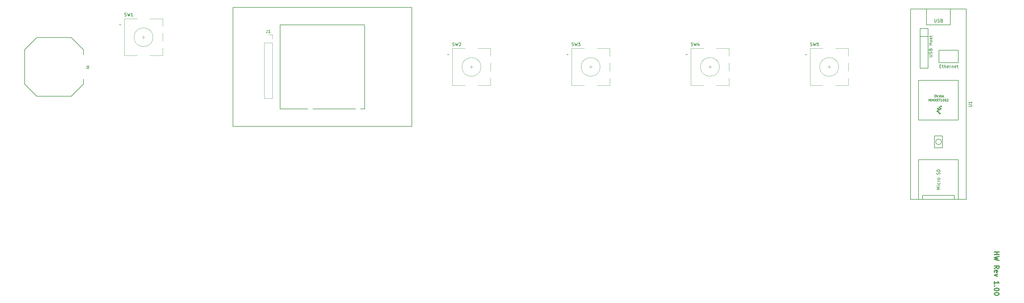
<source format=gto>
G04 #@! TF.GenerationSoftware,KiCad,Pcbnew,(5.1.4)-1*
G04 #@! TF.CreationDate,2022-01-07T23:34:50-05:00*
G04 #@! TF.ProjectId,the_TOP-1,7468655f-544f-4502-9d31-2e6b69636164,rev?*
G04 #@! TF.SameCoordinates,Original*
G04 #@! TF.FileFunction,Legend,Top*
G04 #@! TF.FilePolarity,Positive*
%FSLAX46Y46*%
G04 Gerber Fmt 4.6, Leading zero omitted, Abs format (unit mm)*
G04 Created by KiCad (PCBNEW (5.1.4)-1) date 2022-01-07 23:34:50*
%MOMM*%
%LPD*%
G04 APERTURE LIST*
%ADD10C,0.200000*%
%ADD11C,0.300000*%
%ADD12C,0.120000*%
%ADD13C,0.150000*%
%ADD14C,0.100000*%
%ADD15C,0.203200*%
%ADD16C,0.127000*%
%ADD17O,1.626000X1.626000*%
%ADD18C,1.626000*%
%ADD19O,2.902000X1.902000*%
%ADD20O,1.802000X1.802000*%
%ADD21R,1.802000X1.802000*%
%ADD22C,1.702000*%
%ADD23R,1.702000X1.702000*%
%ADD24R,1.402000X1.402000*%
%ADD25C,1.402000*%
%ADD26C,1.302000*%
%ADD27C,2.002000*%
%ADD28C,3.502000*%
%ADD29O,1.602000X1.602000*%
%ADD30O,1.902000X1.902000*%
%ADD31R,2.102000X2.102000*%
%ADD32C,2.102000*%
%ADD33R,3.302000X2.102000*%
%ADD34C,2.202180*%
%ADD35R,4.701540X1.701800*%
G04 APERTURE END LIST*
D10*
X99195384Y-13470384D02*
X99195384Y13470385D01*
X72254615Y13470385D02*
X99195384Y13470385D01*
X114300000Y-19050000D02*
X114300000Y19050000D01*
D11*
X300438428Y-59274142D02*
X301938428Y-59274142D01*
X301224142Y-59274142D02*
X301224142Y-60131285D01*
X300438428Y-60131285D02*
X301938428Y-60131285D01*
X301938428Y-60702714D02*
X300438428Y-61059857D01*
X301509857Y-61345571D01*
X300438428Y-61631285D01*
X301938428Y-61988428D01*
X300438428Y-64559857D02*
X301152714Y-64059857D01*
X300438428Y-63702714D02*
X301938428Y-63702714D01*
X301938428Y-64274142D01*
X301867000Y-64417000D01*
X301795571Y-64488428D01*
X301652714Y-64559857D01*
X301438428Y-64559857D01*
X301295571Y-64488428D01*
X301224142Y-64417000D01*
X301152714Y-64274142D01*
X301152714Y-63702714D01*
X300509857Y-65774142D02*
X300438428Y-65631285D01*
X300438428Y-65345571D01*
X300509857Y-65202714D01*
X300652714Y-65131285D01*
X301224142Y-65131285D01*
X301367000Y-65202714D01*
X301438428Y-65345571D01*
X301438428Y-65631285D01*
X301367000Y-65774142D01*
X301224142Y-65845571D01*
X301081285Y-65845571D01*
X300938428Y-65131285D01*
X301438428Y-66345571D02*
X300438428Y-66702714D01*
X301438428Y-67059857D01*
X300438428Y-69559857D02*
X300438428Y-68702714D01*
X300438428Y-69131285D02*
X301938428Y-69131285D01*
X301724142Y-68988428D01*
X301581285Y-68845571D01*
X301509857Y-68702714D01*
X300581285Y-70202714D02*
X300509857Y-70274142D01*
X300438428Y-70202714D01*
X300509857Y-70131285D01*
X300581285Y-70202714D01*
X300438428Y-70202714D01*
X301938428Y-71202714D02*
X301938428Y-71345571D01*
X301867000Y-71488428D01*
X301795571Y-71559857D01*
X301652714Y-71631285D01*
X301367000Y-71702714D01*
X301009857Y-71702714D01*
X300724142Y-71631285D01*
X300581285Y-71559857D01*
X300509857Y-71488428D01*
X300438428Y-71345571D01*
X300438428Y-71202714D01*
X300509857Y-71059857D01*
X300581285Y-70988428D01*
X300724142Y-70917000D01*
X301009857Y-70845571D01*
X301367000Y-70845571D01*
X301652714Y-70917000D01*
X301795571Y-70988428D01*
X301867000Y-71059857D01*
X301938428Y-71202714D01*
X301938428Y-72631285D02*
X301938428Y-72774142D01*
X301867000Y-72917000D01*
X301795571Y-72988428D01*
X301652714Y-73059857D01*
X301367000Y-73131285D01*
X301009857Y-73131285D01*
X300724142Y-73059857D01*
X300581285Y-72988428D01*
X300509857Y-72917000D01*
X300438428Y-72774142D01*
X300438428Y-72631285D01*
X300509857Y-72488428D01*
X300581285Y-72417000D01*
X300724142Y-72345571D01*
X301009857Y-72274142D01*
X301367000Y-72274142D01*
X301652714Y-72345571D01*
X301795571Y-72417000D01*
X301867000Y-72488428D01*
X301938428Y-72631285D01*
D10*
X114300000Y19050000D02*
X57150000Y19050000D01*
X57150000Y-19050000D02*
X114300000Y-19050000D01*
X72254615Y-13470384D02*
X72254615Y13470385D01*
X72254615Y-13470384D02*
X99195384Y-13470384D01*
X57150000Y19050000D02*
X57150000Y-19050000D01*
D12*
X68443999Y10347001D02*
X69773999Y10347001D01*
X69773999Y10347001D02*
X69773999Y9017001D01*
X69773999Y7747001D02*
X69773999Y-10092999D01*
X67113999Y-10092999D02*
X69773999Y-10092999D01*
X67113999Y7747001D02*
X67113999Y-10092999D01*
X67113999Y7747001D02*
X69773999Y7747001D01*
D13*
X283473026Y-23971250D02*
G75*
G03X283473026Y-23971250I-898026J0D01*
G01*
X288925000Y-4286250D02*
X276225000Y-4286250D01*
X288925000Y-16986250D02*
X288925000Y-4286250D01*
X276225000Y-16986250D02*
X288925000Y-16986250D01*
X276225000Y-4286250D02*
X276225000Y-16986250D01*
X288926600Y5343750D02*
X288676600Y5343750D01*
X288926600Y1343750D02*
X288926600Y5343750D01*
X282676600Y1343750D02*
X288926600Y1343750D01*
X282676600Y5343750D02*
X282676600Y1343750D01*
X288676600Y5343750D02*
X282676600Y5343750D01*
X279275800Y9734550D02*
X276735800Y9734550D01*
X279275800Y12274550D02*
X279275800Y9734550D01*
X276735800Y12274550D02*
X279275800Y12274550D01*
X276735800Y-425450D02*
X276735800Y12274550D01*
X279275800Y-425450D02*
X276735800Y-425450D01*
X279275800Y12274550D02*
X279275800Y-425450D01*
X283845000Y-22066250D02*
X283845000Y-25876250D01*
X281305000Y-22066250D02*
X283845000Y-22066250D01*
X281305000Y-25876250D02*
X281305000Y-22066250D01*
X283845000Y-25876250D02*
X281305000Y-25876250D01*
X277495000Y-41116250D02*
X277495000Y-42386250D01*
X287655000Y-41116250D02*
X277495000Y-41116250D01*
X287655000Y-42386250D02*
X287655000Y-41116250D01*
X276225000Y-29686250D02*
X276225000Y-42386250D01*
X288925000Y-29686250D02*
X276225000Y-29686250D01*
X288925000Y-42386250D02*
X288925000Y-29686250D01*
X278765000Y13493750D02*
X286385000Y13493750D01*
X286385000Y13493750D02*
X286385000Y18573750D01*
X278765000Y13493750D02*
X278765000Y18573750D01*
X291465000Y18573750D02*
X291465000Y-42386250D01*
X291465000Y-42386250D02*
X273685000Y-42386250D01*
X273685000Y-42386250D02*
X273685000Y18573750D01*
X273685000Y18573750D02*
X291465000Y18573750D01*
D14*
G36*
X282120000Y-14341250D02*
G01*
X281866000Y-14087250D01*
X282247000Y-13833250D01*
X282501000Y-14087250D01*
X282120000Y-14341250D01*
G37*
X282120000Y-14341250D02*
X281866000Y-14087250D01*
X282247000Y-13833250D01*
X282501000Y-14087250D01*
X282120000Y-14341250D01*
G36*
X282628000Y-13960250D02*
G01*
X282374000Y-13706250D01*
X282755000Y-13452250D01*
X283009000Y-13706250D01*
X282628000Y-13960250D01*
G37*
X282628000Y-13960250D02*
X282374000Y-13706250D01*
X282755000Y-13452250D01*
X283009000Y-13706250D01*
X282628000Y-13960250D01*
G36*
X283136000Y-13579250D02*
G01*
X282882000Y-13325250D01*
X283263000Y-13071250D01*
X283517000Y-13325250D01*
X283136000Y-13579250D01*
G37*
X283136000Y-13579250D02*
X282882000Y-13325250D01*
X283263000Y-13071250D01*
X283517000Y-13325250D01*
X283136000Y-13579250D01*
G36*
X282247000Y-13579250D02*
G01*
X281993000Y-13325250D01*
X282374000Y-13071250D01*
X282628000Y-13325250D01*
X282247000Y-13579250D01*
G37*
X282247000Y-13579250D02*
X281993000Y-13325250D01*
X282374000Y-13071250D01*
X282628000Y-13325250D01*
X282247000Y-13579250D01*
G36*
X282755000Y-13198250D02*
G01*
X282501000Y-12944250D01*
X282882000Y-12690250D01*
X283136000Y-12944250D01*
X282755000Y-13198250D01*
G37*
X282755000Y-13198250D02*
X282501000Y-12944250D01*
X282882000Y-12690250D01*
X283136000Y-12944250D01*
X282755000Y-13198250D01*
G36*
X283263000Y-12817250D02*
G01*
X283009000Y-12563250D01*
X283390000Y-12309250D01*
X283644000Y-12563250D01*
X283263000Y-12817250D01*
G37*
X283263000Y-12817250D02*
X283009000Y-12563250D01*
X283390000Y-12309250D01*
X283644000Y-12563250D01*
X283263000Y-12817250D01*
G36*
X282501000Y-14722250D02*
G01*
X282247000Y-14468250D01*
X282628000Y-14214250D01*
X282882000Y-14468250D01*
X282501000Y-14722250D01*
G37*
X282501000Y-14722250D02*
X282247000Y-14468250D01*
X282628000Y-14214250D01*
X282882000Y-14468250D01*
X282501000Y-14722250D01*
G36*
X282882000Y-15103250D02*
G01*
X282628000Y-14849250D01*
X283009000Y-14595250D01*
X283263000Y-14849250D01*
X282882000Y-15103250D01*
G37*
X282882000Y-15103250D02*
X282628000Y-14849250D01*
X283009000Y-14595250D01*
X283263000Y-14849250D01*
X282882000Y-15103250D01*
D12*
X250651920Y-640D02*
G75*
G03X250651920Y-640I-3000000J0D01*
G01*
X249651920Y5899360D02*
X253751920Y5899360D01*
X253751920Y-5900640D02*
X249651920Y-5900640D01*
X245651920Y-5900640D02*
X241551920Y-5900640D01*
X245651920Y5899360D02*
X241551920Y5899360D01*
X241551920Y5899360D02*
X241551920Y-5900640D01*
X240151920Y3799360D02*
X239851920Y4099360D01*
X239851920Y4099360D02*
X240451920Y4099360D01*
X240451920Y4099360D02*
X240151920Y3799360D01*
X253751920Y5899360D02*
X253751920Y3499360D01*
X253751920Y1299360D02*
X253751920Y-1300640D01*
X253751920Y-3500640D02*
X253751920Y-5900640D01*
X247651920Y499360D02*
X247651920Y-500640D01*
X247151920Y-640D02*
X248151920Y-640D01*
X212551920Y-640D02*
G75*
G03X212551920Y-640I-3000000J0D01*
G01*
X211551920Y5899360D02*
X215651920Y5899360D01*
X215651920Y-5900640D02*
X211551920Y-5900640D01*
X207551920Y-5900640D02*
X203451920Y-5900640D01*
X207551920Y5899360D02*
X203451920Y5899360D01*
X203451920Y5899360D02*
X203451920Y-5900640D01*
X202051920Y3799360D02*
X201751920Y4099360D01*
X201751920Y4099360D02*
X202351920Y4099360D01*
X202351920Y4099360D02*
X202051920Y3799360D01*
X215651920Y5899360D02*
X215651920Y3499360D01*
X215651920Y1299360D02*
X215651920Y-1300640D01*
X215651920Y-3500640D02*
X215651920Y-5900640D01*
X209551920Y499360D02*
X209551920Y-500640D01*
X209051920Y-640D02*
X210051920Y-640D01*
X174451920Y-640D02*
G75*
G03X174451920Y-640I-3000000J0D01*
G01*
X173451920Y5899360D02*
X177551920Y5899360D01*
X177551920Y-5900640D02*
X173451920Y-5900640D01*
X169451920Y-5900640D02*
X165351920Y-5900640D01*
X169451920Y5899360D02*
X165351920Y5899360D01*
X165351920Y5899360D02*
X165351920Y-5900640D01*
X163951920Y3799360D02*
X163651920Y4099360D01*
X163651920Y4099360D02*
X164251920Y4099360D01*
X164251920Y4099360D02*
X163951920Y3799360D01*
X177551920Y5899360D02*
X177551920Y3499360D01*
X177551920Y1299360D02*
X177551920Y-1300640D01*
X177551920Y-3500640D02*
X177551920Y-5900640D01*
X171451920Y499360D02*
X171451920Y-500640D01*
X170951920Y-640D02*
X171951920Y-640D01*
X136351920Y-640D02*
G75*
G03X136351920Y-640I-3000000J0D01*
G01*
X135351920Y5899360D02*
X139451920Y5899360D01*
X139451920Y-5900640D02*
X135351920Y-5900640D01*
X131351920Y-5900640D02*
X127251920Y-5900640D01*
X131351920Y5899360D02*
X127251920Y5899360D01*
X127251920Y5899360D02*
X127251920Y-5900640D01*
X125851920Y3799360D02*
X125551920Y4099360D01*
X125551920Y4099360D02*
X126151920Y4099360D01*
X126151920Y4099360D02*
X125851920Y3799360D01*
X139451920Y5899360D02*
X139451920Y3499360D01*
X139451920Y1299360D02*
X139451920Y-1300640D01*
X139451920Y-3500640D02*
X139451920Y-5900640D01*
X133351920Y499360D02*
X133351920Y-500640D01*
X132851920Y-640D02*
X133851920Y-640D01*
X31576920Y9524360D02*
G75*
G03X31576920Y9524360I-3000000J0D01*
G01*
X30576920Y15424360D02*
X34676920Y15424360D01*
X34676920Y3624360D02*
X30576920Y3624360D01*
X26576920Y3624360D02*
X22476920Y3624360D01*
X26576920Y15424360D02*
X22476920Y15424360D01*
X22476920Y15424360D02*
X22476920Y3624360D01*
X21076920Y13324360D02*
X20776920Y13624360D01*
X20776920Y13624360D02*
X21376920Y13624360D01*
X21376920Y13624360D02*
X21076920Y13324360D01*
X34676920Y15424360D02*
X34676920Y13024360D01*
X34676920Y10824360D02*
X34676920Y8224360D01*
X34676920Y6024360D02*
X34676920Y3624360D01*
X28576920Y10024360D02*
X28576920Y9024360D01*
X28076920Y9524360D02*
X29076920Y9524360D01*
D15*
X9375140Y5499100D02*
X9375140Y3896360D01*
X9375140Y-3896360D02*
X9375140Y-5499100D01*
X9375140Y5499100D02*
X5499100Y9375140D01*
X9375140Y-5499100D02*
X5499100Y-9375140D01*
X-5499100Y9375140D02*
X-9375140Y5499100D01*
X-5499100Y9375140D02*
X5499100Y9375140D01*
X-5499100Y-9375140D02*
X-9375140Y-5499100D01*
X-5499100Y-9375140D02*
X5499100Y-9375140D01*
X-9375140Y5499100D02*
X-9375140Y-5499100D01*
D13*
X68110665Y11894620D02*
X68110665Y11180334D01*
X68063046Y11037477D01*
X67967808Y10942239D01*
X67824951Y10894620D01*
X67729713Y10894620D01*
X69110665Y10894620D02*
X68539237Y10894620D01*
X68824951Y10894620D02*
X68824951Y11894620D01*
X68729713Y11751762D01*
X68634475Y11656524D01*
X68539237Y11608905D01*
X292187380Y-12668154D02*
X292996904Y-12668154D01*
X293092142Y-12620535D01*
X293139761Y-12572916D01*
X293187380Y-12477678D01*
X293187380Y-12287202D01*
X293139761Y-12191964D01*
X293092142Y-12144345D01*
X292996904Y-12096726D01*
X292187380Y-12096726D01*
X293187380Y-11096726D02*
X293187380Y-11668154D01*
X293187380Y-11382440D02*
X292187380Y-11382440D01*
X292330238Y-11477678D01*
X292425476Y-11572916D01*
X292473095Y-11668154D01*
X281371666Y-9682916D02*
X281371666Y-8982916D01*
X281538333Y-8982916D01*
X281638333Y-9016250D01*
X281705000Y-9082916D01*
X281738333Y-9149583D01*
X281771666Y-9282916D01*
X281771666Y-9382916D01*
X281738333Y-9516250D01*
X281705000Y-9582916D01*
X281638333Y-9649583D01*
X281538333Y-9682916D01*
X281371666Y-9682916D01*
X281971666Y-8982916D02*
X282205000Y-9682916D01*
X282438333Y-8982916D01*
X282871666Y-8982916D02*
X282871666Y-9482916D01*
X282838333Y-9582916D01*
X282771666Y-9649583D01*
X282671666Y-9682916D01*
X282605000Y-9682916D01*
X283505000Y-8982916D02*
X283371666Y-8982916D01*
X283305000Y-9016250D01*
X283271666Y-9049583D01*
X283205000Y-9149583D01*
X283171666Y-9282916D01*
X283171666Y-9549583D01*
X283205000Y-9616250D01*
X283238333Y-9649583D01*
X283305000Y-9682916D01*
X283438333Y-9682916D01*
X283505000Y-9649583D01*
X283538333Y-9616250D01*
X283571666Y-9549583D01*
X283571666Y-9382916D01*
X283538333Y-9316250D01*
X283505000Y-9282916D01*
X283438333Y-9249583D01*
X283305000Y-9249583D01*
X283238333Y-9282916D01*
X283205000Y-9316250D01*
X283171666Y-9382916D01*
X283838333Y-9482916D02*
X284171666Y-9482916D01*
X283771666Y-9682916D02*
X284005000Y-8982916D01*
X284238333Y-9682916D01*
X279491666Y-10952916D02*
X279491666Y-10252916D01*
X279725000Y-10752916D01*
X279958333Y-10252916D01*
X279958333Y-10952916D01*
X280291666Y-10952916D02*
X280291666Y-10252916D01*
X280625000Y-10952916D02*
X280625000Y-10252916D01*
X280858333Y-10752916D01*
X281091666Y-10252916D01*
X281091666Y-10952916D01*
X281358333Y-10252916D02*
X281825000Y-10952916D01*
X281825000Y-10252916D02*
X281358333Y-10952916D01*
X282491666Y-10952916D02*
X282258333Y-10619583D01*
X282091666Y-10952916D02*
X282091666Y-10252916D01*
X282358333Y-10252916D01*
X282425000Y-10286250D01*
X282458333Y-10319583D01*
X282491666Y-10386250D01*
X282491666Y-10486250D01*
X282458333Y-10552916D01*
X282425000Y-10586250D01*
X282358333Y-10619583D01*
X282091666Y-10619583D01*
X282691666Y-10252916D02*
X283091666Y-10252916D01*
X282891666Y-10952916D02*
X282891666Y-10252916D01*
X283691666Y-10952916D02*
X283291666Y-10952916D01*
X283491666Y-10952916D02*
X283491666Y-10252916D01*
X283425000Y-10352916D01*
X283358333Y-10419583D01*
X283291666Y-10452916D01*
X284125000Y-10252916D02*
X284191666Y-10252916D01*
X284258333Y-10286250D01*
X284291666Y-10319583D01*
X284325000Y-10386250D01*
X284358333Y-10519583D01*
X284358333Y-10686250D01*
X284325000Y-10819583D01*
X284291666Y-10886250D01*
X284258333Y-10919583D01*
X284191666Y-10952916D01*
X284125000Y-10952916D01*
X284058333Y-10919583D01*
X284025000Y-10886250D01*
X283991666Y-10819583D01*
X283958333Y-10686250D01*
X283958333Y-10519583D01*
X283991666Y-10386250D01*
X284025000Y-10319583D01*
X284058333Y-10286250D01*
X284125000Y-10252916D01*
X284958333Y-10252916D02*
X284825000Y-10252916D01*
X284758333Y-10286250D01*
X284725000Y-10319583D01*
X284658333Y-10419583D01*
X284625000Y-10552916D01*
X284625000Y-10819583D01*
X284658333Y-10886250D01*
X284691666Y-10919583D01*
X284758333Y-10952916D01*
X284891666Y-10952916D01*
X284958333Y-10919583D01*
X284991666Y-10886250D01*
X285025000Y-10819583D01*
X285025000Y-10652916D01*
X284991666Y-10586250D01*
X284958333Y-10552916D01*
X284891666Y-10519583D01*
X284758333Y-10519583D01*
X284691666Y-10552916D01*
X284658333Y-10586250D01*
X284625000Y-10652916D01*
X285291666Y-10319583D02*
X285325000Y-10286250D01*
X285391666Y-10252916D01*
X285558333Y-10252916D01*
X285625000Y-10286250D01*
X285658333Y-10319583D01*
X285691666Y-10386250D01*
X285691666Y-10452916D01*
X285658333Y-10552916D01*
X285258333Y-10952916D01*
X285691666Y-10952916D01*
X283027380Y-39155297D02*
X282027380Y-39155297D01*
X282741666Y-38821964D01*
X282027380Y-38488630D01*
X283027380Y-38488630D01*
X283027380Y-38012440D02*
X282360714Y-38012440D01*
X282027380Y-38012440D02*
X282075000Y-38060059D01*
X282122619Y-38012440D01*
X282075000Y-37964821D01*
X282027380Y-38012440D01*
X282122619Y-38012440D01*
X282979761Y-37107678D02*
X283027380Y-37202916D01*
X283027380Y-37393392D01*
X282979761Y-37488630D01*
X282932142Y-37536250D01*
X282836904Y-37583869D01*
X282551190Y-37583869D01*
X282455952Y-37536250D01*
X282408333Y-37488630D01*
X282360714Y-37393392D01*
X282360714Y-37202916D01*
X282408333Y-37107678D01*
X283027380Y-36679107D02*
X282360714Y-36679107D01*
X282551190Y-36679107D02*
X282455952Y-36631488D01*
X282408333Y-36583869D01*
X282360714Y-36488630D01*
X282360714Y-36393392D01*
X283027380Y-35917202D02*
X282979761Y-36012440D01*
X282932142Y-36060059D01*
X282836904Y-36107678D01*
X282551190Y-36107678D01*
X282455952Y-36060059D01*
X282408333Y-36012440D01*
X282360714Y-35917202D01*
X282360714Y-35774345D01*
X282408333Y-35679107D01*
X282455952Y-35631488D01*
X282551190Y-35583869D01*
X282836904Y-35583869D01*
X282932142Y-35631488D01*
X282979761Y-35679107D01*
X283027380Y-35774345D01*
X283027380Y-35917202D01*
X282979761Y-34441011D02*
X283027380Y-34298154D01*
X283027380Y-34060059D01*
X282979761Y-33964821D01*
X282932142Y-33917202D01*
X282836904Y-33869583D01*
X282741666Y-33869583D01*
X282646428Y-33917202D01*
X282598809Y-33964821D01*
X282551190Y-34060059D01*
X282503571Y-34250535D01*
X282455952Y-34345773D01*
X282408333Y-34393392D01*
X282313095Y-34441011D01*
X282217857Y-34441011D01*
X282122619Y-34393392D01*
X282075000Y-34345773D01*
X282027380Y-34250535D01*
X282027380Y-34012440D01*
X282075000Y-33869583D01*
X283027380Y-33441011D02*
X282027380Y-33441011D01*
X282027380Y-33202916D01*
X282075000Y-33060059D01*
X282170238Y-32964821D01*
X282265476Y-32917202D01*
X282455952Y-32869583D01*
X282598809Y-32869583D01*
X282789285Y-32917202D01*
X282884523Y-32964821D01*
X282979761Y-33060059D01*
X283027380Y-33202916D01*
X283027380Y-33441011D01*
X281313095Y15311369D02*
X281313095Y14501845D01*
X281360714Y14406607D01*
X281408333Y14358988D01*
X281503571Y14311369D01*
X281694047Y14311369D01*
X281789285Y14358988D01*
X281836904Y14406607D01*
X281884523Y14501845D01*
X281884523Y15311369D01*
X282313095Y14358988D02*
X282455952Y14311369D01*
X282694047Y14311369D01*
X282789285Y14358988D01*
X282836904Y14406607D01*
X282884523Y14501845D01*
X282884523Y14597083D01*
X282836904Y14692321D01*
X282789285Y14739940D01*
X282694047Y14787559D01*
X282503571Y14835178D01*
X282408333Y14882797D01*
X282360714Y14930416D01*
X282313095Y15025654D01*
X282313095Y15120892D01*
X282360714Y15216130D01*
X282408333Y15263750D01*
X282503571Y15311369D01*
X282741666Y15311369D01*
X282884523Y15263750D01*
X283646428Y14835178D02*
X283789285Y14787559D01*
X283836904Y14739940D01*
X283884523Y14644702D01*
X283884523Y14501845D01*
X283836904Y14406607D01*
X283789285Y14358988D01*
X283694047Y14311369D01*
X283313095Y14311369D01*
X283313095Y15311369D01*
X283646428Y15311369D01*
X283741666Y15263750D01*
X283789285Y15216130D01*
X283836904Y15120892D01*
X283836904Y15025654D01*
X283789285Y14930416D01*
X283741666Y14882797D01*
X283646428Y14835178D01*
X283313095Y14835178D01*
X282994457Y230178D02*
X283327790Y230178D01*
X283470647Y-293630D02*
X282994457Y-293630D01*
X282994457Y706369D01*
X283470647Y706369D01*
X283756361Y373035D02*
X284137314Y373035D01*
X283899219Y706369D02*
X283899219Y-150773D01*
X283946838Y-246011D01*
X284042076Y-293630D01*
X284137314Y-293630D01*
X284470647Y-293630D02*
X284470647Y706369D01*
X284899219Y-293630D02*
X284899219Y230178D01*
X284851600Y325416D01*
X284756361Y373035D01*
X284613504Y373035D01*
X284518266Y325416D01*
X284470647Y277797D01*
X285756361Y-246011D02*
X285661123Y-293630D01*
X285470647Y-293630D01*
X285375409Y-246011D01*
X285327790Y-150773D01*
X285327790Y230178D01*
X285375409Y325416D01*
X285470647Y373035D01*
X285661123Y373035D01*
X285756361Y325416D01*
X285803980Y230178D01*
X285803980Y134940D01*
X285327790Y39702D01*
X286232552Y-293630D02*
X286232552Y373035D01*
X286232552Y182559D02*
X286280171Y277797D01*
X286327790Y325416D01*
X286423028Y373035D01*
X286518266Y373035D01*
X286851600Y373035D02*
X286851600Y-293630D01*
X286851600Y277797D02*
X286899219Y325416D01*
X286994457Y373035D01*
X287137314Y373035D01*
X287232552Y325416D01*
X287280171Y230178D01*
X287280171Y-293630D01*
X288137314Y-246011D02*
X288042076Y-293630D01*
X287851600Y-293630D01*
X287756361Y-246011D01*
X287708742Y-150773D01*
X287708742Y230178D01*
X287756361Y325416D01*
X287851600Y373035D01*
X288042076Y373035D01*
X288137314Y325416D01*
X288184933Y230178D01*
X288184933Y134940D01*
X287708742Y39702D01*
X288470647Y373035D02*
X288851600Y373035D01*
X288613504Y706369D02*
X288613504Y-150773D01*
X288661123Y-246011D01*
X288756361Y-293630D01*
X288851600Y-293630D01*
X279538180Y3250026D02*
X280347704Y3250026D01*
X280442942Y3297645D01*
X280490561Y3345264D01*
X280538180Y3440502D01*
X280538180Y3630978D01*
X280490561Y3726216D01*
X280442942Y3773835D01*
X280347704Y3821454D01*
X279538180Y3821454D01*
X280490561Y4250026D02*
X280538180Y4392883D01*
X280538180Y4630978D01*
X280490561Y4726216D01*
X280442942Y4773835D01*
X280347704Y4821454D01*
X280252466Y4821454D01*
X280157228Y4773835D01*
X280109609Y4726216D01*
X280061990Y4630978D01*
X280014371Y4440502D01*
X279966752Y4345264D01*
X279919133Y4297645D01*
X279823895Y4250026D01*
X279728657Y4250026D01*
X279633419Y4297645D01*
X279585800Y4345264D01*
X279538180Y4440502D01*
X279538180Y4678597D01*
X279585800Y4821454D01*
X280014371Y5583359D02*
X280061990Y5726216D01*
X280109609Y5773835D01*
X280204847Y5821454D01*
X280347704Y5821454D01*
X280442942Y5773835D01*
X280490561Y5726216D01*
X280538180Y5630978D01*
X280538180Y5250026D01*
X279538180Y5250026D01*
X279538180Y5583359D01*
X279585800Y5678597D01*
X279633419Y5726216D01*
X279728657Y5773835D01*
X279823895Y5773835D01*
X279919133Y5726216D01*
X279966752Y5678597D01*
X280014371Y5583359D01*
X280014371Y5250026D01*
X280538180Y7011930D02*
X279538180Y7011930D01*
X280014371Y7011930D02*
X280014371Y7583359D01*
X280538180Y7583359D02*
X279538180Y7583359D01*
X280538180Y8202407D02*
X280490561Y8107169D01*
X280442942Y8059550D01*
X280347704Y8011930D01*
X280061990Y8011930D01*
X279966752Y8059550D01*
X279919133Y8107169D01*
X279871514Y8202407D01*
X279871514Y8345264D01*
X279919133Y8440502D01*
X279966752Y8488121D01*
X280061990Y8535740D01*
X280347704Y8535740D01*
X280442942Y8488121D01*
X280490561Y8440502D01*
X280538180Y8345264D01*
X280538180Y8202407D01*
X280490561Y8916692D02*
X280538180Y9011930D01*
X280538180Y9202407D01*
X280490561Y9297645D01*
X280395323Y9345264D01*
X280347704Y9345264D01*
X280252466Y9297645D01*
X280204847Y9202407D01*
X280204847Y9059550D01*
X280157228Y8964311D01*
X280061990Y8916692D01*
X280014371Y8916692D01*
X279919133Y8964311D01*
X279871514Y9059550D01*
X279871514Y9202407D01*
X279919133Y9297645D01*
X279871514Y9630978D02*
X279871514Y10011930D01*
X279538180Y9773835D02*
X280395323Y9773835D01*
X280490561Y9821454D01*
X280538180Y9916692D01*
X280538180Y10011930D01*
X241618586Y6794598D02*
X241761443Y6746979D01*
X241999539Y6746979D01*
X242094777Y6794598D01*
X242142396Y6842217D01*
X242190015Y6937455D01*
X242190015Y7032693D01*
X242142396Y7127931D01*
X242094777Y7175550D01*
X241999539Y7223169D01*
X241809062Y7270788D01*
X241713824Y7318407D01*
X241666205Y7366026D01*
X241618586Y7461264D01*
X241618586Y7556502D01*
X241666205Y7651740D01*
X241713824Y7699360D01*
X241809062Y7746979D01*
X242047158Y7746979D01*
X242190015Y7699360D01*
X242523348Y7746979D02*
X242761443Y6746979D01*
X242951920Y7461264D01*
X243142396Y6746979D01*
X243380491Y7746979D01*
X244237634Y7746979D02*
X243761443Y7746979D01*
X243713824Y7270788D01*
X243761443Y7318407D01*
X243856681Y7366026D01*
X244094777Y7366026D01*
X244190015Y7318407D01*
X244237634Y7270788D01*
X244285253Y7175550D01*
X244285253Y6937455D01*
X244237634Y6842217D01*
X244190015Y6794598D01*
X244094777Y6746979D01*
X243856681Y6746979D01*
X243761443Y6794598D01*
X243713824Y6842217D01*
X203518586Y6794598D02*
X203661443Y6746979D01*
X203899539Y6746979D01*
X203994777Y6794598D01*
X204042396Y6842217D01*
X204090015Y6937455D01*
X204090015Y7032693D01*
X204042396Y7127931D01*
X203994777Y7175550D01*
X203899539Y7223169D01*
X203709062Y7270788D01*
X203613824Y7318407D01*
X203566205Y7366026D01*
X203518586Y7461264D01*
X203518586Y7556502D01*
X203566205Y7651740D01*
X203613824Y7699360D01*
X203709062Y7746979D01*
X203947158Y7746979D01*
X204090015Y7699360D01*
X204423348Y7746979D02*
X204661443Y6746979D01*
X204851920Y7461264D01*
X205042396Y6746979D01*
X205280491Y7746979D01*
X206090015Y7413645D02*
X206090015Y6746979D01*
X205851920Y7794598D02*
X205613824Y7080312D01*
X206232872Y7080312D01*
X165418586Y6794598D02*
X165561443Y6746979D01*
X165799539Y6746979D01*
X165894777Y6794598D01*
X165942396Y6842217D01*
X165990015Y6937455D01*
X165990015Y7032693D01*
X165942396Y7127931D01*
X165894777Y7175550D01*
X165799539Y7223169D01*
X165609062Y7270788D01*
X165513824Y7318407D01*
X165466205Y7366026D01*
X165418586Y7461264D01*
X165418586Y7556502D01*
X165466205Y7651740D01*
X165513824Y7699360D01*
X165609062Y7746979D01*
X165847158Y7746979D01*
X165990015Y7699360D01*
X166323348Y7746979D02*
X166561443Y6746979D01*
X166751920Y7461264D01*
X166942396Y6746979D01*
X167180491Y7746979D01*
X167466205Y7746979D02*
X168085253Y7746979D01*
X167751920Y7366026D01*
X167894777Y7366026D01*
X167990015Y7318407D01*
X168037634Y7270788D01*
X168085253Y7175550D01*
X168085253Y6937455D01*
X168037634Y6842217D01*
X167990015Y6794598D01*
X167894777Y6746979D01*
X167609062Y6746979D01*
X167513824Y6794598D01*
X167466205Y6842217D01*
X127318586Y6794598D02*
X127461443Y6746979D01*
X127699539Y6746979D01*
X127794777Y6794598D01*
X127842396Y6842217D01*
X127890015Y6937455D01*
X127890015Y7032693D01*
X127842396Y7127931D01*
X127794777Y7175550D01*
X127699539Y7223169D01*
X127509062Y7270788D01*
X127413824Y7318407D01*
X127366205Y7366026D01*
X127318586Y7461264D01*
X127318586Y7556502D01*
X127366205Y7651740D01*
X127413824Y7699360D01*
X127509062Y7746979D01*
X127747158Y7746979D01*
X127890015Y7699360D01*
X128223348Y7746979D02*
X128461443Y6746979D01*
X128651920Y7461264D01*
X128842396Y6746979D01*
X129080491Y7746979D01*
X129413824Y7651740D02*
X129461443Y7699360D01*
X129556681Y7746979D01*
X129794777Y7746979D01*
X129890015Y7699360D01*
X129937634Y7651740D01*
X129985253Y7556502D01*
X129985253Y7461264D01*
X129937634Y7318407D01*
X129366205Y6746979D01*
X129985253Y6746979D01*
X22543586Y16319598D02*
X22686443Y16271979D01*
X22924539Y16271979D01*
X23019777Y16319598D01*
X23067396Y16367217D01*
X23115015Y16462455D01*
X23115015Y16557693D01*
X23067396Y16652931D01*
X23019777Y16700550D01*
X22924539Y16748169D01*
X22734062Y16795788D01*
X22638824Y16843407D01*
X22591205Y16891026D01*
X22543586Y16986264D01*
X22543586Y17081502D01*
X22591205Y17176740D01*
X22638824Y17224360D01*
X22734062Y17271979D01*
X22972158Y17271979D01*
X23115015Y17224360D01*
X23448348Y17271979D02*
X23686443Y16271979D01*
X23876920Y16986264D01*
X24067396Y16271979D01*
X24305491Y17271979D01*
X25210253Y16271979D02*
X24638824Y16271979D01*
X24924539Y16271979D02*
X24924539Y17271979D01*
X24829300Y17129121D01*
X24734062Y17033883D01*
X24638824Y16986264D01*
D16*
X11041742Y-464457D02*
X11070771Y-377371D01*
X11070771Y-232228D01*
X11041742Y-174171D01*
X11012714Y-145142D01*
X10954657Y-116114D01*
X10896600Y-116114D01*
X10838542Y-145142D01*
X10809514Y-174171D01*
X10780485Y-232228D01*
X10751457Y-348342D01*
X10722428Y-406400D01*
X10693400Y-435428D01*
X10635342Y-464457D01*
X10577285Y-464457D01*
X10519228Y-435428D01*
X10490200Y-406400D01*
X10461171Y-348342D01*
X10461171Y-203199D01*
X10490200Y-116114D01*
X11070771Y464457D02*
X11070771Y116114D01*
X11070771Y290285D02*
X10461171Y290285D01*
X10548257Y232228D01*
X10606314Y174171D01*
X10635342Y116114D01*
%LPC*%
D17*
X97155000Y17145000D03*
X97155000Y14605000D03*
X97155000Y12065000D03*
X97155000Y9525000D03*
X97155000Y6985000D03*
X97155000Y4445000D03*
X97155000Y1905000D03*
X97155000Y-635000D03*
X97155000Y-3175000D03*
X97155000Y-5715000D03*
X97155000Y-8255000D03*
X97155000Y-10795000D03*
X97155000Y-13335000D03*
X97155000Y-15875000D03*
X89535000Y17145000D03*
X86995000Y17145000D03*
X81915000Y-15875000D03*
X81915000Y-13335000D03*
X81915000Y-10795000D03*
X81915000Y-8255000D03*
X81915000Y-5715000D03*
X81915000Y-3175000D03*
X81915000Y-635000D03*
X81915000Y1905000D03*
X81915000Y4445000D03*
X81915000Y6985000D03*
X81915000Y9525000D03*
X81915000Y12065000D03*
X81915000Y14605000D03*
X81915000Y17145000D03*
D18*
X78105000Y5715000D03*
X78105000Y3175000D03*
X75565000Y5715000D03*
X75565000Y3175000D03*
X75565000Y635000D03*
X78105000Y635000D03*
X78105000Y-1905000D03*
X78105000Y-4445000D03*
X75565000Y-4445000D03*
X102847140Y-7645400D03*
X105427780Y-7645400D03*
X107965240Y-7645400D03*
D17*
X108839000Y12065000D03*
X108839000Y9525000D03*
X108839000Y14605000D03*
D19*
X53626000Y5308000D03*
X53626000Y10808000D03*
X55626000Y13208000D03*
D20*
X68443999Y-8762999D03*
X68443999Y-6222999D03*
X68443999Y-3682999D03*
X68443999Y-1142999D03*
X68443999Y1397001D03*
X68443999Y3937001D03*
X68443999Y6477001D03*
D21*
X68443999Y9017001D03*
D22*
X287655000Y14763750D03*
X278005800Y844550D03*
X278005800Y3384550D03*
X278005800Y5924550D03*
X278005800Y8464550D03*
D23*
X278005800Y11004550D03*
D22*
X290195000Y17303750D03*
X290195000Y14763750D03*
X290195000Y12223750D03*
X290195000Y9683750D03*
X290195000Y7143750D03*
X290195000Y4603750D03*
X290195000Y2063750D03*
X290195000Y-476250D03*
X290195000Y-3016250D03*
X290195000Y-5556250D03*
X290195000Y-8096250D03*
X290195000Y-10636250D03*
X290195000Y-13176250D03*
X290195000Y-15716250D03*
D23*
X274955000Y17303750D03*
D22*
X274955000Y14763750D03*
X274955000Y12223750D03*
X274955000Y9683750D03*
X274955000Y7143750D03*
X274955000Y4603750D03*
X274955000Y2063750D03*
X274955000Y-476250D03*
X274955000Y-3016250D03*
X274955000Y-5556250D03*
X274955000Y-8096250D03*
X274955000Y-10636250D03*
X274955000Y-13176250D03*
X290195000Y-18256250D03*
X290195000Y-20796250D03*
X290195000Y-23336250D03*
X290195000Y-25876250D03*
X290195000Y-28416250D03*
X290195000Y-30956250D03*
X290195000Y-33496250D03*
X290195000Y-36036250D03*
X290195000Y-38576250D03*
X290195000Y-41116250D03*
X274955000Y-41116250D03*
X274955000Y-38576250D03*
X274955000Y-36036250D03*
X274955000Y-33496250D03*
X274955000Y-15716250D03*
X274955000Y-18256250D03*
X274955000Y-20796250D03*
X274955000Y-30956250D03*
X274955000Y-28416250D03*
X274955000Y-25876250D03*
X274955000Y-23336250D03*
D24*
X287756600Y4333750D03*
D25*
X287756600Y2333750D03*
X285756600Y4333750D03*
X285756600Y2333750D03*
X283756600Y2333750D03*
X283756600Y4333750D03*
D22*
X277495000Y-28416250D03*
X280035000Y-28416250D03*
X282575000Y-28416250D03*
X285115000Y-28416250D03*
X287655000Y-28416250D03*
D25*
X281305000Y16573750D03*
X283845000Y16573750D03*
D26*
X70875000Y-81420000D03*
D27*
X66675000Y-70700000D03*
X66675000Y-81700000D03*
D28*
X66675000Y-76200000D03*
D29*
X285000000Y-90026250D03*
X280150000Y-90026250D03*
D30*
X285300000Y-93056250D03*
X279850000Y-93056250D03*
D26*
X247192500Y-51825000D03*
D27*
X257912500Y-47625000D03*
X246912500Y-47625000D03*
D28*
X252412500Y-47625000D03*
D26*
X232905000Y-32775000D03*
D27*
X243625000Y-28575000D03*
X232625000Y-28575000D03*
D28*
X238125000Y-28575000D03*
D26*
X218617500Y-51825000D03*
D27*
X229337500Y-47625000D03*
X218337500Y-47625000D03*
D28*
X223837500Y-47625000D03*
D26*
X190042500Y-51825000D03*
D27*
X200762500Y-47625000D03*
X189762500Y-47625000D03*
D28*
X195262500Y-47625000D03*
D26*
X194805000Y-32775000D03*
D27*
X205525000Y-28575000D03*
X194525000Y-28575000D03*
D28*
X200025000Y-28575000D03*
D26*
X142417500Y-51825000D03*
D27*
X153137500Y-47625000D03*
X142137500Y-47625000D03*
D28*
X147637500Y-47625000D03*
D26*
X113842500Y-51825000D03*
D27*
X124562500Y-47625000D03*
X113562500Y-47625000D03*
D28*
X119062500Y-47625000D03*
D26*
X56692500Y-51825000D03*
D27*
X67412500Y-47625000D03*
X56412500Y-47625000D03*
D28*
X61912500Y-47625000D03*
D26*
X61455000Y-32775000D03*
D27*
X72175000Y-28575000D03*
X61175000Y-28575000D03*
D28*
X66675000Y-28575000D03*
D26*
X85267500Y-51825000D03*
D27*
X95987500Y-47625000D03*
X84987500Y-47625000D03*
D28*
X90487500Y-47625000D03*
D26*
X9067500Y-51825000D03*
D27*
X19787500Y-47625000D03*
X8787500Y-47625000D03*
D28*
X14287500Y-47625000D03*
D31*
X240151920Y2499360D03*
D32*
X240151920Y-640D03*
X240151920Y-2500640D03*
D33*
X247651920Y5599360D03*
X247651920Y-5600640D03*
D32*
X254651920Y2499360D03*
X254651920Y-2500640D03*
D31*
X202051920Y2499360D03*
D32*
X202051920Y-640D03*
X202051920Y-2500640D03*
D33*
X209551920Y5599360D03*
X209551920Y-5600640D03*
D32*
X216551920Y2499360D03*
X216551920Y-2500640D03*
D31*
X163951920Y2499360D03*
D32*
X163951920Y-640D03*
X163951920Y-2500640D03*
D33*
X171451920Y5599360D03*
X171451920Y-5600640D03*
D32*
X178451920Y2499360D03*
X178451920Y-2500640D03*
D31*
X125851920Y2499360D03*
D32*
X125851920Y-640D03*
X125851920Y-2500640D03*
D33*
X133351920Y5599360D03*
X133351920Y-5600640D03*
D32*
X140351920Y2499360D03*
X140351920Y-2500640D03*
D31*
X21076920Y12024360D03*
D32*
X21076920Y9524360D03*
X21076920Y7024360D03*
D33*
X28576920Y15124360D03*
X28576920Y3924360D03*
D32*
X35576920Y12024360D03*
X35576920Y7024360D03*
D34*
X-10058400Y7373620D03*
X8983980Y8890000D03*
D35*
X7749540Y998220D03*
X7749540Y-2999740D03*
X7749540Y-998220D03*
X7749540Y2999740D03*
D26*
X261375000Y-81420000D03*
D27*
X257175000Y-70700000D03*
X257175000Y-81700000D03*
D28*
X257175000Y-76200000D03*
D26*
X251955000Y-32775000D03*
D27*
X262675000Y-28575000D03*
X251675000Y-28575000D03*
D28*
X257175000Y-28575000D03*
D26*
X242325000Y-81420000D03*
D27*
X238125000Y-70700000D03*
X238125000Y-81700000D03*
D28*
X238125000Y-76200000D03*
D26*
X223275000Y-81420000D03*
D27*
X219075000Y-70700000D03*
X219075000Y-81700000D03*
D28*
X219075000Y-76200000D03*
D26*
X213855000Y-32775000D03*
D27*
X224575000Y-28575000D03*
X213575000Y-28575000D03*
D28*
X219075000Y-28575000D03*
D26*
X204225000Y-81420000D03*
D27*
X200025000Y-70700000D03*
X200025000Y-81700000D03*
D28*
X200025000Y-76200000D03*
D26*
X185175000Y-81420000D03*
D27*
X180975000Y-70700000D03*
X180975000Y-81700000D03*
D28*
X180975000Y-76200000D03*
D26*
X175755000Y-32775000D03*
D27*
X186475000Y-28575000D03*
X175475000Y-28575000D03*
D28*
X180975000Y-28575000D03*
D26*
X166125000Y-81420000D03*
D27*
X161925000Y-70700000D03*
X161925000Y-81700000D03*
D28*
X161925000Y-76200000D03*
D26*
X166230000Y-51825000D03*
D27*
X176950000Y-47625000D03*
X165950000Y-47625000D03*
D28*
X171450000Y-47625000D03*
D26*
X156705000Y-32775000D03*
D27*
X167425000Y-28575000D03*
X156425000Y-28575000D03*
D28*
X161925000Y-28575000D03*
D26*
X147075000Y-81420000D03*
D27*
X142875000Y-70700000D03*
X142875000Y-81700000D03*
D28*
X142875000Y-76200000D03*
D26*
X137655000Y-32775000D03*
D27*
X148375000Y-28575000D03*
X137375000Y-28575000D03*
D28*
X142875000Y-28575000D03*
D26*
X128025000Y-81420000D03*
D27*
X123825000Y-70700000D03*
X123825000Y-81700000D03*
D28*
X123825000Y-76200000D03*
D26*
X118605000Y-32775000D03*
D27*
X129325000Y-28575000D03*
X118325000Y-28575000D03*
D28*
X123825000Y-28575000D03*
D26*
X108975000Y-81420000D03*
D27*
X104775000Y-70700000D03*
X104775000Y-81700000D03*
D28*
X104775000Y-76200000D03*
D26*
X99555000Y-32775000D03*
D27*
X110275000Y-28575000D03*
X99275000Y-28575000D03*
D28*
X104775000Y-28575000D03*
D26*
X89925000Y-81420000D03*
D27*
X85725000Y-70700000D03*
X85725000Y-81700000D03*
D28*
X85725000Y-76200000D03*
D26*
X80505000Y-32775000D03*
D27*
X91225000Y-28575000D03*
X80225000Y-28575000D03*
D28*
X85725000Y-28575000D03*
D26*
X51825000Y-81420000D03*
D27*
X47625000Y-70700000D03*
X47625000Y-81700000D03*
D28*
X47625000Y-76200000D03*
D26*
X42405000Y-32775000D03*
D27*
X53125000Y-28575000D03*
X42125000Y-28575000D03*
D28*
X47625000Y-28575000D03*
D26*
X42405000Y-13725000D03*
D27*
X53125000Y-9525000D03*
X42125000Y-9525000D03*
D28*
X47625000Y-9525000D03*
D26*
X32775000Y-81420000D03*
D27*
X28575000Y-70700000D03*
X28575000Y-81700000D03*
D28*
X28575000Y-76200000D03*
D26*
X32880000Y-51825000D03*
D27*
X43600000Y-47625000D03*
X32600000Y-47625000D03*
D28*
X38100000Y-47625000D03*
D26*
X23355000Y-32775000D03*
D27*
X34075000Y-28575000D03*
X23075000Y-28575000D03*
D28*
X28575000Y-28575000D03*
D26*
X23355000Y-13725000D03*
D27*
X34075000Y-9525000D03*
X23075000Y-9525000D03*
D28*
X28575000Y-9525000D03*
D26*
X13725000Y-81420000D03*
D27*
X9525000Y-70700000D03*
X9525000Y-81700000D03*
D28*
X9525000Y-76200000D03*
X9525000Y-28575000D03*
D27*
X4025000Y-28575000D03*
X15025000Y-28575000D03*
D26*
X4305000Y-32775000D03*
X-14745000Y-89925000D03*
D27*
X-4025000Y-85725000D03*
X-15025000Y-85725000D03*
D28*
X-9525000Y-85725000D03*
D26*
X-14745000Y-70875000D03*
D27*
X-4025000Y-66675000D03*
X-15025000Y-66675000D03*
D28*
X-9525000Y-66675000D03*
D26*
X-14745000Y-51825000D03*
D27*
X-4025000Y-47625000D03*
X-15025000Y-47625000D03*
D28*
X-9525000Y-47625000D03*
D26*
X-14745000Y-32775000D03*
D27*
X-4025000Y-28575000D03*
X-15025000Y-28575000D03*
D28*
X-9525000Y-28575000D03*
M02*

</source>
